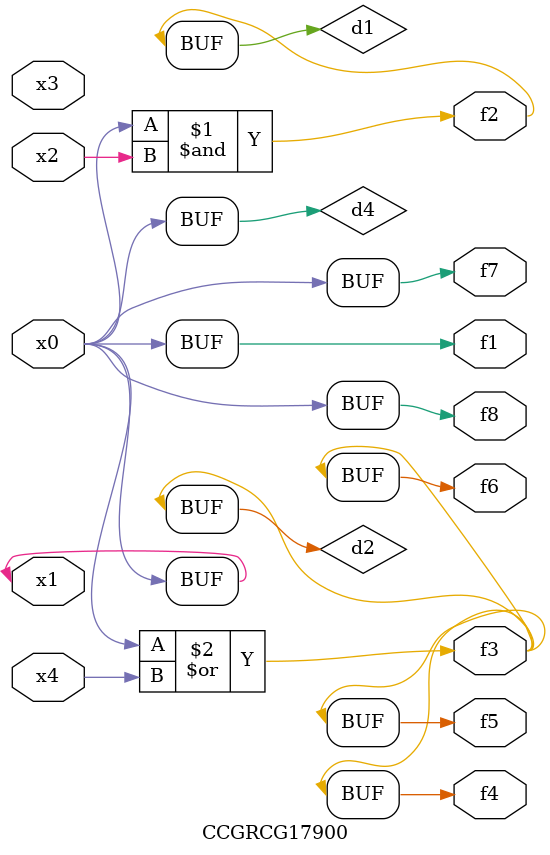
<source format=v>
module CCGRCG17900(
	input x0, x1, x2, x3, x4,
	output f1, f2, f3, f4, f5, f6, f7, f8
);

	wire d1, d2, d3, d4;

	and (d1, x0, x2);
	or (d2, x0, x4);
	nand (d3, x0, x2);
	buf (d4, x0, x1);
	assign f1 = d4;
	assign f2 = d1;
	assign f3 = d2;
	assign f4 = d2;
	assign f5 = d2;
	assign f6 = d2;
	assign f7 = d4;
	assign f8 = d4;
endmodule

</source>
